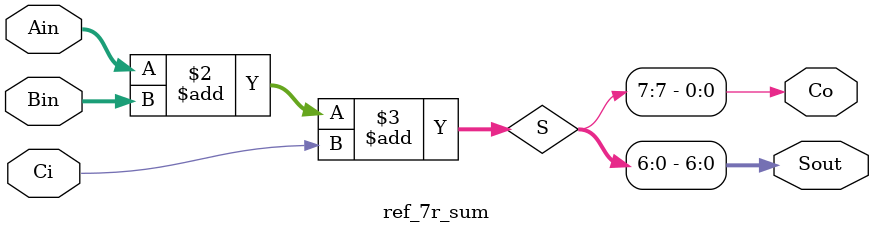
<source format=v>
module ref_7r_sum (Ain, Bin, Ci, Sout, Co);
    input  [6:0] Ain, Bin;
    input        Ci;
    output [6:0] Sout;
    output       Co;

    reg [7:0] S;

    always @(*) begin
        S = Ain + Bin + Ci;
    end

    assign Sout = S[6:0];
    assign Co   = S[7];
endmodule
</source>
